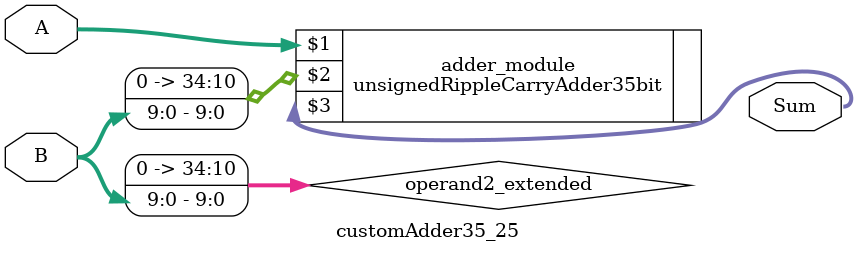
<source format=v>
module customAdder35_25(
                        input [34 : 0] A,
                        input [9 : 0] B,
                        
                        output [35 : 0] Sum
                );

        wire [34 : 0] operand2_extended;
        
        assign operand2_extended =  {25'b0, B};
        
        unsignedRippleCarryAdder35bit adder_module(
            A,
            operand2_extended,
            Sum
        );
        
        endmodule
        
</source>
